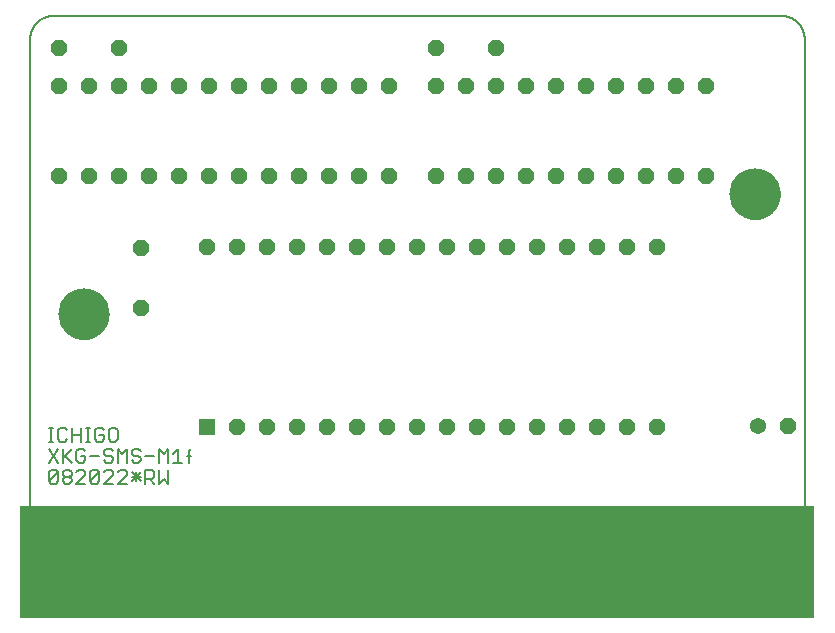
<source format=gts>
G75*
%MOIN*%
%OFA0B0*%
%FSLAX25Y25*%
%IPPOS*%
%LPD*%
%AMOC8*
5,1,8,0,0,1.08239X$1,22.5*
%
%ADD10C,0.00600*%
%ADD11C,0.00500*%
%ADD12R,0.05400X0.05400*%
%ADD13OC8,0.05400*%
%ADD14C,0.05400*%
%ADD15C,0.01650*%
%ADD16C,0.00000*%
%ADD17C,0.17135*%
%ADD18R,2.65000X0.37500*%
D10*
X0073680Y0007250D02*
X0076493Y0004438D01*
X0328993Y0004438D01*
X0331805Y0007250D01*
X0331805Y0194125D01*
X0331803Y0194306D01*
X0331796Y0194487D01*
X0331785Y0194668D01*
X0331770Y0194849D01*
X0331750Y0195029D01*
X0331726Y0195209D01*
X0331698Y0195388D01*
X0331665Y0195566D01*
X0331628Y0195743D01*
X0331587Y0195920D01*
X0331542Y0196095D01*
X0331492Y0196270D01*
X0331438Y0196443D01*
X0331380Y0196614D01*
X0331318Y0196785D01*
X0331251Y0196953D01*
X0331181Y0197120D01*
X0331107Y0197286D01*
X0331028Y0197449D01*
X0330946Y0197610D01*
X0330860Y0197770D01*
X0330770Y0197927D01*
X0330676Y0198082D01*
X0330579Y0198235D01*
X0330477Y0198385D01*
X0330373Y0198533D01*
X0330264Y0198679D01*
X0330153Y0198821D01*
X0330037Y0198961D01*
X0329919Y0199098D01*
X0329797Y0199233D01*
X0329672Y0199364D01*
X0329544Y0199492D01*
X0329413Y0199617D01*
X0329278Y0199739D01*
X0329141Y0199857D01*
X0329001Y0199973D01*
X0328859Y0200084D01*
X0328713Y0200193D01*
X0328565Y0200297D01*
X0328415Y0200399D01*
X0328262Y0200496D01*
X0328107Y0200590D01*
X0327950Y0200680D01*
X0327790Y0200766D01*
X0327629Y0200848D01*
X0327466Y0200927D01*
X0327300Y0201001D01*
X0327133Y0201071D01*
X0326965Y0201138D01*
X0326794Y0201200D01*
X0326623Y0201258D01*
X0326450Y0201312D01*
X0326275Y0201362D01*
X0326100Y0201407D01*
X0325923Y0201448D01*
X0325746Y0201485D01*
X0325568Y0201518D01*
X0325389Y0201546D01*
X0325209Y0201570D01*
X0325029Y0201590D01*
X0324848Y0201605D01*
X0324667Y0201616D01*
X0324486Y0201623D01*
X0324305Y0201625D01*
X0081180Y0201625D01*
X0080999Y0201623D01*
X0080818Y0201616D01*
X0080637Y0201605D01*
X0080456Y0201590D01*
X0080276Y0201570D01*
X0080096Y0201546D01*
X0079917Y0201518D01*
X0079739Y0201485D01*
X0079562Y0201448D01*
X0079385Y0201407D01*
X0079210Y0201362D01*
X0079035Y0201312D01*
X0078862Y0201258D01*
X0078691Y0201200D01*
X0078520Y0201138D01*
X0078352Y0201071D01*
X0078185Y0201001D01*
X0078019Y0200927D01*
X0077856Y0200848D01*
X0077695Y0200766D01*
X0077535Y0200680D01*
X0077378Y0200590D01*
X0077223Y0200496D01*
X0077070Y0200399D01*
X0076920Y0200297D01*
X0076772Y0200193D01*
X0076626Y0200084D01*
X0076484Y0199973D01*
X0076344Y0199857D01*
X0076207Y0199739D01*
X0076072Y0199617D01*
X0075941Y0199492D01*
X0075813Y0199364D01*
X0075688Y0199233D01*
X0075566Y0199098D01*
X0075448Y0198961D01*
X0075332Y0198821D01*
X0075221Y0198679D01*
X0075112Y0198533D01*
X0075008Y0198385D01*
X0074906Y0198235D01*
X0074809Y0198082D01*
X0074715Y0197927D01*
X0074625Y0197770D01*
X0074539Y0197610D01*
X0074457Y0197449D01*
X0074378Y0197286D01*
X0074304Y0197120D01*
X0074234Y0196953D01*
X0074167Y0196785D01*
X0074105Y0196614D01*
X0074047Y0196443D01*
X0073993Y0196270D01*
X0073943Y0196095D01*
X0073898Y0195920D01*
X0073857Y0195743D01*
X0073820Y0195566D01*
X0073787Y0195388D01*
X0073759Y0195209D01*
X0073735Y0195029D01*
X0073715Y0194849D01*
X0073700Y0194668D01*
X0073689Y0194487D01*
X0073682Y0194306D01*
X0073680Y0194125D01*
X0073680Y0007250D01*
D11*
X0080631Y0045750D02*
X0079880Y0046501D01*
X0082883Y0049504D01*
X0082883Y0046501D01*
X0082132Y0045750D01*
X0080631Y0045750D01*
X0079880Y0046501D02*
X0079880Y0049504D01*
X0080631Y0050254D01*
X0082132Y0050254D01*
X0082883Y0049504D01*
X0084484Y0049504D02*
X0084484Y0048753D01*
X0085235Y0048002D01*
X0086736Y0048002D01*
X0087487Y0047252D01*
X0087487Y0046501D01*
X0086736Y0045750D01*
X0085235Y0045750D01*
X0084484Y0046501D01*
X0084484Y0047252D01*
X0085235Y0048002D01*
X0086736Y0048002D02*
X0087487Y0048753D01*
X0087487Y0049504D01*
X0086736Y0050254D01*
X0085235Y0050254D01*
X0084484Y0049504D01*
X0089088Y0049504D02*
X0089839Y0050254D01*
X0091340Y0050254D01*
X0092090Y0049504D01*
X0092090Y0048753D01*
X0089088Y0045750D01*
X0092090Y0045750D01*
X0093692Y0046501D02*
X0093692Y0049504D01*
X0094442Y0050254D01*
X0095944Y0050254D01*
X0096694Y0049504D01*
X0093692Y0046501D01*
X0094442Y0045750D01*
X0095944Y0045750D01*
X0096694Y0046501D01*
X0096694Y0049504D01*
X0098296Y0049504D02*
X0099046Y0050254D01*
X0100548Y0050254D01*
X0101298Y0049504D01*
X0101298Y0048753D01*
X0098296Y0045750D01*
X0101298Y0045750D01*
X0102900Y0045750D02*
X0105902Y0048753D01*
X0105902Y0049504D01*
X0105152Y0050254D01*
X0103650Y0050254D01*
X0102900Y0049504D01*
X0102900Y0045750D02*
X0105902Y0045750D01*
X0107504Y0046501D02*
X0110506Y0049504D01*
X0109005Y0049504D02*
X0109005Y0046501D01*
X0110506Y0046501D02*
X0107504Y0049504D01*
X0107504Y0048002D02*
X0110506Y0048002D01*
X0112108Y0047252D02*
X0114359Y0047252D01*
X0115110Y0048002D01*
X0115110Y0049504D01*
X0114359Y0050254D01*
X0112108Y0050254D01*
X0112108Y0045750D01*
X0113609Y0047252D02*
X0115110Y0045750D01*
X0116711Y0045750D02*
X0118213Y0047252D01*
X0119714Y0045750D01*
X0119714Y0050254D01*
X0119714Y0052750D02*
X0119714Y0057254D01*
X0118213Y0055753D01*
X0116711Y0057254D01*
X0116711Y0052750D01*
X0116711Y0050254D02*
X0116711Y0045750D01*
X0121315Y0052750D02*
X0124318Y0052750D01*
X0122817Y0052750D02*
X0122817Y0057254D01*
X0121315Y0055753D01*
X0125919Y0055002D02*
X0127421Y0055002D01*
X0126670Y0056504D02*
X0127421Y0057254D01*
X0126670Y0056504D02*
X0126670Y0052750D01*
X0115110Y0055002D02*
X0112108Y0055002D01*
X0110506Y0054252D02*
X0110506Y0053501D01*
X0109756Y0052750D01*
X0108254Y0052750D01*
X0107504Y0053501D01*
X0108254Y0055002D02*
X0109756Y0055002D01*
X0110506Y0054252D01*
X0110506Y0056504D02*
X0109756Y0057254D01*
X0108254Y0057254D01*
X0107504Y0056504D01*
X0107504Y0055753D01*
X0108254Y0055002D01*
X0105902Y0057254D02*
X0105902Y0052750D01*
X0102900Y0052750D02*
X0102900Y0057254D01*
X0104401Y0055753D01*
X0105902Y0057254D01*
X0101298Y0056504D02*
X0100548Y0057254D01*
X0099046Y0057254D01*
X0098296Y0056504D01*
X0098296Y0055753D01*
X0099046Y0055002D01*
X0100548Y0055002D01*
X0101298Y0054252D01*
X0101298Y0053501D01*
X0100548Y0052750D01*
X0099046Y0052750D01*
X0098296Y0053501D01*
X0096694Y0055002D02*
X0093692Y0055002D01*
X0092090Y0055002D02*
X0092090Y0053501D01*
X0091340Y0052750D01*
X0089839Y0052750D01*
X0089088Y0053501D01*
X0089088Y0056504D01*
X0089839Y0057254D01*
X0091340Y0057254D01*
X0092090Y0056504D01*
X0092090Y0055002D02*
X0090589Y0055002D01*
X0087487Y0052750D02*
X0085235Y0055002D01*
X0084484Y0054252D02*
X0087487Y0057254D01*
X0084484Y0057254D02*
X0084484Y0052750D01*
X0082883Y0052750D02*
X0079880Y0057254D01*
X0082883Y0057254D02*
X0079880Y0052750D01*
X0079880Y0059750D02*
X0081381Y0059750D01*
X0080631Y0059750D02*
X0080631Y0064254D01*
X0081381Y0064254D02*
X0079880Y0064254D01*
X0082949Y0063504D02*
X0082949Y0060501D01*
X0083700Y0059750D01*
X0085201Y0059750D01*
X0085952Y0060501D01*
X0087553Y0059750D02*
X0087553Y0064254D01*
X0085952Y0063504D02*
X0085201Y0064254D01*
X0083700Y0064254D01*
X0082949Y0063504D01*
X0087553Y0062002D02*
X0090556Y0062002D01*
X0090556Y0064254D02*
X0090556Y0059750D01*
X0092157Y0059750D02*
X0093658Y0059750D01*
X0092908Y0059750D02*
X0092908Y0064254D01*
X0093658Y0064254D02*
X0092157Y0064254D01*
X0095226Y0063504D02*
X0095226Y0060501D01*
X0095977Y0059750D01*
X0097478Y0059750D01*
X0098229Y0060501D01*
X0098229Y0062002D01*
X0096728Y0062002D01*
X0098229Y0063504D02*
X0097478Y0064254D01*
X0095977Y0064254D01*
X0095226Y0063504D01*
X0099830Y0063504D02*
X0099830Y0060501D01*
X0100581Y0059750D01*
X0102082Y0059750D01*
X0102833Y0060501D01*
X0102833Y0063504D01*
X0102082Y0064254D01*
X0100581Y0064254D01*
X0099830Y0063504D01*
D12*
X0132743Y0064625D03*
D13*
X0142743Y0064625D03*
X0152743Y0064625D03*
X0162743Y0064625D03*
X0172743Y0064625D03*
X0182743Y0064625D03*
X0192743Y0064625D03*
X0202743Y0064625D03*
X0212743Y0064625D03*
X0222743Y0064625D03*
X0232743Y0064625D03*
X0242743Y0064625D03*
X0252743Y0064625D03*
X0262743Y0064625D03*
X0272743Y0064625D03*
X0282743Y0064625D03*
X0326180Y0064875D03*
X0282743Y0124625D03*
X0272743Y0124625D03*
X0262743Y0124625D03*
X0252743Y0124625D03*
X0242743Y0124625D03*
X0232743Y0124625D03*
X0222743Y0124625D03*
X0212743Y0124625D03*
X0202743Y0124625D03*
X0192743Y0124625D03*
X0182743Y0124625D03*
X0172743Y0124625D03*
X0162743Y0124625D03*
X0152743Y0124625D03*
X0142743Y0124625D03*
X0132743Y0124625D03*
X0110555Y0124437D03*
X0110555Y0104437D03*
X0113368Y0148375D03*
X0123368Y0148375D03*
X0133368Y0148375D03*
X0143368Y0148375D03*
X0153368Y0148375D03*
X0163368Y0148375D03*
X0173368Y0148375D03*
X0183368Y0148375D03*
X0193368Y0148375D03*
X0208993Y0148188D03*
X0218993Y0148188D03*
X0228993Y0148188D03*
X0238993Y0148188D03*
X0248993Y0148188D03*
X0258993Y0148188D03*
X0268993Y0148188D03*
X0278993Y0148188D03*
X0288993Y0148188D03*
X0298993Y0148188D03*
X0298993Y0178187D03*
X0288993Y0178187D03*
X0278993Y0178187D03*
X0268993Y0178187D03*
X0258993Y0178187D03*
X0248993Y0178187D03*
X0238993Y0178187D03*
X0228993Y0178187D03*
X0218993Y0178187D03*
X0208993Y0178187D03*
X0193368Y0178375D03*
X0183368Y0178375D03*
X0173368Y0178375D03*
X0163368Y0178375D03*
X0153368Y0178375D03*
X0143368Y0178375D03*
X0133368Y0178375D03*
X0123368Y0178375D03*
X0113368Y0178375D03*
X0103368Y0178375D03*
X0093368Y0178375D03*
X0083368Y0178375D03*
X0083181Y0191000D03*
X0103181Y0191000D03*
X0103368Y0148375D03*
X0093368Y0148375D03*
X0083368Y0148375D03*
X0209017Y0190838D03*
X0229017Y0190838D03*
D14*
X0316180Y0064875D03*
D15*
X0315218Y0035725D02*
X0310268Y0035725D01*
X0315218Y0035725D02*
X0315218Y0011275D01*
X0310268Y0011275D01*
X0310268Y0035725D01*
X0310268Y0012924D02*
X0315218Y0012924D01*
X0315218Y0014573D02*
X0310268Y0014573D01*
X0310268Y0016222D02*
X0315218Y0016222D01*
X0315218Y0017871D02*
X0310268Y0017871D01*
X0310268Y0019520D02*
X0315218Y0019520D01*
X0315218Y0021169D02*
X0310268Y0021169D01*
X0310268Y0022818D02*
X0315218Y0022818D01*
X0315218Y0024467D02*
X0310268Y0024467D01*
X0310268Y0026116D02*
X0315218Y0026116D01*
X0315218Y0027765D02*
X0310268Y0027765D01*
X0310268Y0029414D02*
X0315218Y0029414D01*
X0315218Y0031063D02*
X0310268Y0031063D01*
X0310268Y0032712D02*
X0315218Y0032712D01*
X0315218Y0034361D02*
X0310268Y0034361D01*
X0305218Y0035725D02*
X0300268Y0035725D01*
X0305218Y0035725D02*
X0305218Y0011275D01*
X0300268Y0011275D01*
X0300268Y0035725D01*
X0300268Y0012924D02*
X0305218Y0012924D01*
X0305218Y0014573D02*
X0300268Y0014573D01*
X0300268Y0016222D02*
X0305218Y0016222D01*
X0305218Y0017871D02*
X0300268Y0017871D01*
X0300268Y0019520D02*
X0305218Y0019520D01*
X0305218Y0021169D02*
X0300268Y0021169D01*
X0300268Y0022818D02*
X0305218Y0022818D01*
X0305218Y0024467D02*
X0300268Y0024467D01*
X0300268Y0026116D02*
X0305218Y0026116D01*
X0305218Y0027765D02*
X0300268Y0027765D01*
X0300268Y0029414D02*
X0305218Y0029414D01*
X0305218Y0031063D02*
X0300268Y0031063D01*
X0300268Y0032712D02*
X0305218Y0032712D01*
X0305218Y0034361D02*
X0300268Y0034361D01*
X0295218Y0035725D02*
X0290268Y0035725D01*
X0295218Y0035725D02*
X0295218Y0011275D01*
X0290268Y0011275D01*
X0290268Y0035725D01*
X0290268Y0012924D02*
X0295218Y0012924D01*
X0295218Y0014573D02*
X0290268Y0014573D01*
X0290268Y0016222D02*
X0295218Y0016222D01*
X0295218Y0017871D02*
X0290268Y0017871D01*
X0290268Y0019520D02*
X0295218Y0019520D01*
X0295218Y0021169D02*
X0290268Y0021169D01*
X0290268Y0022818D02*
X0295218Y0022818D01*
X0295218Y0024467D02*
X0290268Y0024467D01*
X0290268Y0026116D02*
X0295218Y0026116D01*
X0295218Y0027765D02*
X0290268Y0027765D01*
X0290268Y0029414D02*
X0295218Y0029414D01*
X0295218Y0031063D02*
X0290268Y0031063D01*
X0290268Y0032712D02*
X0295218Y0032712D01*
X0295218Y0034361D02*
X0290268Y0034361D01*
X0285218Y0035725D02*
X0280268Y0035725D01*
X0285218Y0035725D02*
X0285218Y0011275D01*
X0280268Y0011275D01*
X0280268Y0035725D01*
X0280268Y0012924D02*
X0285218Y0012924D01*
X0285218Y0014573D02*
X0280268Y0014573D01*
X0280268Y0016222D02*
X0285218Y0016222D01*
X0285218Y0017871D02*
X0280268Y0017871D01*
X0280268Y0019520D02*
X0285218Y0019520D01*
X0285218Y0021169D02*
X0280268Y0021169D01*
X0280268Y0022818D02*
X0285218Y0022818D01*
X0285218Y0024467D02*
X0280268Y0024467D01*
X0280268Y0026116D02*
X0285218Y0026116D01*
X0285218Y0027765D02*
X0280268Y0027765D01*
X0280268Y0029414D02*
X0285218Y0029414D01*
X0285218Y0031063D02*
X0280268Y0031063D01*
X0280268Y0032712D02*
X0285218Y0032712D01*
X0285218Y0034361D02*
X0280268Y0034361D01*
X0275218Y0035725D02*
X0270268Y0035725D01*
X0275218Y0035725D02*
X0275218Y0011275D01*
X0270268Y0011275D01*
X0270268Y0035725D01*
X0270268Y0012924D02*
X0275218Y0012924D01*
X0275218Y0014573D02*
X0270268Y0014573D01*
X0270268Y0016222D02*
X0275218Y0016222D01*
X0275218Y0017871D02*
X0270268Y0017871D01*
X0270268Y0019520D02*
X0275218Y0019520D01*
X0275218Y0021169D02*
X0270268Y0021169D01*
X0270268Y0022818D02*
X0275218Y0022818D01*
X0275218Y0024467D02*
X0270268Y0024467D01*
X0270268Y0026116D02*
X0275218Y0026116D01*
X0275218Y0027765D02*
X0270268Y0027765D01*
X0270268Y0029414D02*
X0275218Y0029414D01*
X0275218Y0031063D02*
X0270268Y0031063D01*
X0270268Y0032712D02*
X0275218Y0032712D01*
X0275218Y0034361D02*
X0270268Y0034361D01*
X0265218Y0035725D02*
X0260268Y0035725D01*
X0265218Y0035725D02*
X0265218Y0011275D01*
X0260268Y0011275D01*
X0260268Y0035725D01*
X0260268Y0012924D02*
X0265218Y0012924D01*
X0265218Y0014573D02*
X0260268Y0014573D01*
X0260268Y0016222D02*
X0265218Y0016222D01*
X0265218Y0017871D02*
X0260268Y0017871D01*
X0260268Y0019520D02*
X0265218Y0019520D01*
X0265218Y0021169D02*
X0260268Y0021169D01*
X0260268Y0022818D02*
X0265218Y0022818D01*
X0265218Y0024467D02*
X0260268Y0024467D01*
X0260268Y0026116D02*
X0265218Y0026116D01*
X0265218Y0027765D02*
X0260268Y0027765D01*
X0260268Y0029414D02*
X0265218Y0029414D01*
X0265218Y0031063D02*
X0260268Y0031063D01*
X0260268Y0032712D02*
X0265218Y0032712D01*
X0265218Y0034361D02*
X0260268Y0034361D01*
X0255218Y0035725D02*
X0250268Y0035725D01*
X0255218Y0035725D02*
X0255218Y0011275D01*
X0250268Y0011275D01*
X0250268Y0035725D01*
X0250268Y0012924D02*
X0255218Y0012924D01*
X0255218Y0014573D02*
X0250268Y0014573D01*
X0250268Y0016222D02*
X0255218Y0016222D01*
X0255218Y0017871D02*
X0250268Y0017871D01*
X0250268Y0019520D02*
X0255218Y0019520D01*
X0255218Y0021169D02*
X0250268Y0021169D01*
X0250268Y0022818D02*
X0255218Y0022818D01*
X0255218Y0024467D02*
X0250268Y0024467D01*
X0250268Y0026116D02*
X0255218Y0026116D01*
X0255218Y0027765D02*
X0250268Y0027765D01*
X0250268Y0029414D02*
X0255218Y0029414D01*
X0255218Y0031063D02*
X0250268Y0031063D01*
X0250268Y0032712D02*
X0255218Y0032712D01*
X0255218Y0034361D02*
X0250268Y0034361D01*
X0245218Y0035725D02*
X0240268Y0035725D01*
X0245218Y0035725D02*
X0245218Y0011275D01*
X0240268Y0011275D01*
X0240268Y0035725D01*
X0240268Y0012924D02*
X0245218Y0012924D01*
X0245218Y0014573D02*
X0240268Y0014573D01*
X0240268Y0016222D02*
X0245218Y0016222D01*
X0245218Y0017871D02*
X0240268Y0017871D01*
X0240268Y0019520D02*
X0245218Y0019520D01*
X0245218Y0021169D02*
X0240268Y0021169D01*
X0240268Y0022818D02*
X0245218Y0022818D01*
X0245218Y0024467D02*
X0240268Y0024467D01*
X0240268Y0026116D02*
X0245218Y0026116D01*
X0245218Y0027765D02*
X0240268Y0027765D01*
X0240268Y0029414D02*
X0245218Y0029414D01*
X0245218Y0031063D02*
X0240268Y0031063D01*
X0240268Y0032712D02*
X0245218Y0032712D01*
X0245218Y0034361D02*
X0240268Y0034361D01*
X0235218Y0035725D02*
X0230268Y0035725D01*
X0235218Y0035725D02*
X0235218Y0011275D01*
X0230268Y0011275D01*
X0230268Y0035725D01*
X0230268Y0012924D02*
X0235218Y0012924D01*
X0235218Y0014573D02*
X0230268Y0014573D01*
X0230268Y0016222D02*
X0235218Y0016222D01*
X0235218Y0017871D02*
X0230268Y0017871D01*
X0230268Y0019520D02*
X0235218Y0019520D01*
X0235218Y0021169D02*
X0230268Y0021169D01*
X0230268Y0022818D02*
X0235218Y0022818D01*
X0235218Y0024467D02*
X0230268Y0024467D01*
X0230268Y0026116D02*
X0235218Y0026116D01*
X0235218Y0027765D02*
X0230268Y0027765D01*
X0230268Y0029414D02*
X0235218Y0029414D01*
X0235218Y0031063D02*
X0230268Y0031063D01*
X0230268Y0032712D02*
X0235218Y0032712D01*
X0235218Y0034361D02*
X0230268Y0034361D01*
X0225218Y0035725D02*
X0220268Y0035725D01*
X0225218Y0035725D02*
X0225218Y0011275D01*
X0220268Y0011275D01*
X0220268Y0035725D01*
X0220268Y0012924D02*
X0225218Y0012924D01*
X0225218Y0014573D02*
X0220268Y0014573D01*
X0220268Y0016222D02*
X0225218Y0016222D01*
X0225218Y0017871D02*
X0220268Y0017871D01*
X0220268Y0019520D02*
X0225218Y0019520D01*
X0225218Y0021169D02*
X0220268Y0021169D01*
X0220268Y0022818D02*
X0225218Y0022818D01*
X0225218Y0024467D02*
X0220268Y0024467D01*
X0220268Y0026116D02*
X0225218Y0026116D01*
X0225218Y0027765D02*
X0220268Y0027765D01*
X0220268Y0029414D02*
X0225218Y0029414D01*
X0225218Y0031063D02*
X0220268Y0031063D01*
X0220268Y0032712D02*
X0225218Y0032712D01*
X0225218Y0034361D02*
X0220268Y0034361D01*
X0215218Y0035725D02*
X0210268Y0035725D01*
X0215218Y0035725D02*
X0215218Y0011275D01*
X0210268Y0011275D01*
X0210268Y0035725D01*
X0210268Y0012924D02*
X0215218Y0012924D01*
X0215218Y0014573D02*
X0210268Y0014573D01*
X0210268Y0016222D02*
X0215218Y0016222D01*
X0215218Y0017871D02*
X0210268Y0017871D01*
X0210268Y0019520D02*
X0215218Y0019520D01*
X0215218Y0021169D02*
X0210268Y0021169D01*
X0210268Y0022818D02*
X0215218Y0022818D01*
X0215218Y0024467D02*
X0210268Y0024467D01*
X0210268Y0026116D02*
X0215218Y0026116D01*
X0215218Y0027765D02*
X0210268Y0027765D01*
X0210268Y0029414D02*
X0215218Y0029414D01*
X0215218Y0031063D02*
X0210268Y0031063D01*
X0210268Y0032712D02*
X0215218Y0032712D01*
X0215218Y0034361D02*
X0210268Y0034361D01*
X0205218Y0035725D02*
X0200268Y0035725D01*
X0205218Y0035725D02*
X0205218Y0011275D01*
X0200268Y0011275D01*
X0200268Y0035725D01*
X0200268Y0012924D02*
X0205218Y0012924D01*
X0205218Y0014573D02*
X0200268Y0014573D01*
X0200268Y0016222D02*
X0205218Y0016222D01*
X0205218Y0017871D02*
X0200268Y0017871D01*
X0200268Y0019520D02*
X0205218Y0019520D01*
X0205218Y0021169D02*
X0200268Y0021169D01*
X0200268Y0022818D02*
X0205218Y0022818D01*
X0205218Y0024467D02*
X0200268Y0024467D01*
X0200268Y0026116D02*
X0205218Y0026116D01*
X0205218Y0027765D02*
X0200268Y0027765D01*
X0200268Y0029414D02*
X0205218Y0029414D01*
X0205218Y0031063D02*
X0200268Y0031063D01*
X0200268Y0032712D02*
X0205218Y0032712D01*
X0205218Y0034361D02*
X0200268Y0034361D01*
X0195218Y0035725D02*
X0190268Y0035725D01*
X0195218Y0035725D02*
X0195218Y0011275D01*
X0190268Y0011275D01*
X0190268Y0035725D01*
X0190268Y0012924D02*
X0195218Y0012924D01*
X0195218Y0014573D02*
X0190268Y0014573D01*
X0190268Y0016222D02*
X0195218Y0016222D01*
X0195218Y0017871D02*
X0190268Y0017871D01*
X0190268Y0019520D02*
X0195218Y0019520D01*
X0195218Y0021169D02*
X0190268Y0021169D01*
X0190268Y0022818D02*
X0195218Y0022818D01*
X0195218Y0024467D02*
X0190268Y0024467D01*
X0190268Y0026116D02*
X0195218Y0026116D01*
X0195218Y0027765D02*
X0190268Y0027765D01*
X0190268Y0029414D02*
X0195218Y0029414D01*
X0195218Y0031063D02*
X0190268Y0031063D01*
X0190268Y0032712D02*
X0195218Y0032712D01*
X0195218Y0034361D02*
X0190268Y0034361D01*
X0185218Y0035725D02*
X0180268Y0035725D01*
X0185218Y0035725D02*
X0185218Y0011275D01*
X0180268Y0011275D01*
X0180268Y0035725D01*
X0180268Y0012924D02*
X0185218Y0012924D01*
X0185218Y0014573D02*
X0180268Y0014573D01*
X0180268Y0016222D02*
X0185218Y0016222D01*
X0185218Y0017871D02*
X0180268Y0017871D01*
X0180268Y0019520D02*
X0185218Y0019520D01*
X0185218Y0021169D02*
X0180268Y0021169D01*
X0180268Y0022818D02*
X0185218Y0022818D01*
X0185218Y0024467D02*
X0180268Y0024467D01*
X0180268Y0026116D02*
X0185218Y0026116D01*
X0185218Y0027765D02*
X0180268Y0027765D01*
X0180268Y0029414D02*
X0185218Y0029414D01*
X0185218Y0031063D02*
X0180268Y0031063D01*
X0180268Y0032712D02*
X0185218Y0032712D01*
X0185218Y0034361D02*
X0180268Y0034361D01*
X0175218Y0035725D02*
X0170268Y0035725D01*
X0175218Y0035725D02*
X0175218Y0011275D01*
X0170268Y0011275D01*
X0170268Y0035725D01*
X0170268Y0012924D02*
X0175218Y0012924D01*
X0175218Y0014573D02*
X0170268Y0014573D01*
X0170268Y0016222D02*
X0175218Y0016222D01*
X0175218Y0017871D02*
X0170268Y0017871D01*
X0170268Y0019520D02*
X0175218Y0019520D01*
X0175218Y0021169D02*
X0170268Y0021169D01*
X0170268Y0022818D02*
X0175218Y0022818D01*
X0175218Y0024467D02*
X0170268Y0024467D01*
X0170268Y0026116D02*
X0175218Y0026116D01*
X0175218Y0027765D02*
X0170268Y0027765D01*
X0170268Y0029414D02*
X0175218Y0029414D01*
X0175218Y0031063D02*
X0170268Y0031063D01*
X0170268Y0032712D02*
X0175218Y0032712D01*
X0175218Y0034361D02*
X0170268Y0034361D01*
X0165218Y0035725D02*
X0160268Y0035725D01*
X0165218Y0035725D02*
X0165218Y0011275D01*
X0160268Y0011275D01*
X0160268Y0035725D01*
X0160268Y0012924D02*
X0165218Y0012924D01*
X0165218Y0014573D02*
X0160268Y0014573D01*
X0160268Y0016222D02*
X0165218Y0016222D01*
X0165218Y0017871D02*
X0160268Y0017871D01*
X0160268Y0019520D02*
X0165218Y0019520D01*
X0165218Y0021169D02*
X0160268Y0021169D01*
X0160268Y0022818D02*
X0165218Y0022818D01*
X0165218Y0024467D02*
X0160268Y0024467D01*
X0160268Y0026116D02*
X0165218Y0026116D01*
X0165218Y0027765D02*
X0160268Y0027765D01*
X0160268Y0029414D02*
X0165218Y0029414D01*
X0165218Y0031063D02*
X0160268Y0031063D01*
X0160268Y0032712D02*
X0165218Y0032712D01*
X0165218Y0034361D02*
X0160268Y0034361D01*
X0155218Y0035725D02*
X0150268Y0035725D01*
X0155218Y0035725D02*
X0155218Y0011275D01*
X0150268Y0011275D01*
X0150268Y0035725D01*
X0150268Y0012924D02*
X0155218Y0012924D01*
X0155218Y0014573D02*
X0150268Y0014573D01*
X0150268Y0016222D02*
X0155218Y0016222D01*
X0155218Y0017871D02*
X0150268Y0017871D01*
X0150268Y0019520D02*
X0155218Y0019520D01*
X0155218Y0021169D02*
X0150268Y0021169D01*
X0150268Y0022818D02*
X0155218Y0022818D01*
X0155218Y0024467D02*
X0150268Y0024467D01*
X0150268Y0026116D02*
X0155218Y0026116D01*
X0155218Y0027765D02*
X0150268Y0027765D01*
X0150268Y0029414D02*
X0155218Y0029414D01*
X0155218Y0031063D02*
X0150268Y0031063D01*
X0150268Y0032712D02*
X0155218Y0032712D01*
X0155218Y0034361D02*
X0150268Y0034361D01*
X0145218Y0035725D02*
X0140268Y0035725D01*
X0145218Y0035725D02*
X0145218Y0011275D01*
X0140268Y0011275D01*
X0140268Y0035725D01*
X0140268Y0012924D02*
X0145218Y0012924D01*
X0145218Y0014573D02*
X0140268Y0014573D01*
X0140268Y0016222D02*
X0145218Y0016222D01*
X0145218Y0017871D02*
X0140268Y0017871D01*
X0140268Y0019520D02*
X0145218Y0019520D01*
X0145218Y0021169D02*
X0140268Y0021169D01*
X0140268Y0022818D02*
X0145218Y0022818D01*
X0145218Y0024467D02*
X0140268Y0024467D01*
X0140268Y0026116D02*
X0145218Y0026116D01*
X0145218Y0027765D02*
X0140268Y0027765D01*
X0140268Y0029414D02*
X0145218Y0029414D01*
X0145218Y0031063D02*
X0140268Y0031063D01*
X0140268Y0032712D02*
X0145218Y0032712D01*
X0145218Y0034361D02*
X0140268Y0034361D01*
X0135218Y0035725D02*
X0130268Y0035725D01*
X0135218Y0035725D02*
X0135218Y0011275D01*
X0130268Y0011275D01*
X0130268Y0035725D01*
X0130268Y0012924D02*
X0135218Y0012924D01*
X0135218Y0014573D02*
X0130268Y0014573D01*
X0130268Y0016222D02*
X0135218Y0016222D01*
X0135218Y0017871D02*
X0130268Y0017871D01*
X0130268Y0019520D02*
X0135218Y0019520D01*
X0135218Y0021169D02*
X0130268Y0021169D01*
X0130268Y0022818D02*
X0135218Y0022818D01*
X0135218Y0024467D02*
X0130268Y0024467D01*
X0130268Y0026116D02*
X0135218Y0026116D01*
X0135218Y0027765D02*
X0130268Y0027765D01*
X0130268Y0029414D02*
X0135218Y0029414D01*
X0135218Y0031063D02*
X0130268Y0031063D01*
X0130268Y0032712D02*
X0135218Y0032712D01*
X0135218Y0034361D02*
X0130268Y0034361D01*
X0125218Y0035725D02*
X0120268Y0035725D01*
X0125218Y0035725D02*
X0125218Y0011275D01*
X0120268Y0011275D01*
X0120268Y0035725D01*
X0120268Y0012924D02*
X0125218Y0012924D01*
X0125218Y0014573D02*
X0120268Y0014573D01*
X0120268Y0016222D02*
X0125218Y0016222D01*
X0125218Y0017871D02*
X0120268Y0017871D01*
X0120268Y0019520D02*
X0125218Y0019520D01*
X0125218Y0021169D02*
X0120268Y0021169D01*
X0120268Y0022818D02*
X0125218Y0022818D01*
X0125218Y0024467D02*
X0120268Y0024467D01*
X0120268Y0026116D02*
X0125218Y0026116D01*
X0125218Y0027765D02*
X0120268Y0027765D01*
X0120268Y0029414D02*
X0125218Y0029414D01*
X0125218Y0031063D02*
X0120268Y0031063D01*
X0120268Y0032712D02*
X0125218Y0032712D01*
X0125218Y0034361D02*
X0120268Y0034361D01*
X0115218Y0035725D02*
X0110268Y0035725D01*
X0115218Y0035725D02*
X0115218Y0011275D01*
X0110268Y0011275D01*
X0110268Y0035725D01*
X0110268Y0012924D02*
X0115218Y0012924D01*
X0115218Y0014573D02*
X0110268Y0014573D01*
X0110268Y0016222D02*
X0115218Y0016222D01*
X0115218Y0017871D02*
X0110268Y0017871D01*
X0110268Y0019520D02*
X0115218Y0019520D01*
X0115218Y0021169D02*
X0110268Y0021169D01*
X0110268Y0022818D02*
X0115218Y0022818D01*
X0115218Y0024467D02*
X0110268Y0024467D01*
X0110268Y0026116D02*
X0115218Y0026116D01*
X0115218Y0027765D02*
X0110268Y0027765D01*
X0110268Y0029414D02*
X0115218Y0029414D01*
X0115218Y0031063D02*
X0110268Y0031063D01*
X0110268Y0032712D02*
X0115218Y0032712D01*
X0115218Y0034361D02*
X0110268Y0034361D01*
X0105218Y0035725D02*
X0100268Y0035725D01*
X0105218Y0035725D02*
X0105218Y0011275D01*
X0100268Y0011275D01*
X0100268Y0035725D01*
X0100268Y0012924D02*
X0105218Y0012924D01*
X0105218Y0014573D02*
X0100268Y0014573D01*
X0100268Y0016222D02*
X0105218Y0016222D01*
X0105218Y0017871D02*
X0100268Y0017871D01*
X0100268Y0019520D02*
X0105218Y0019520D01*
X0105218Y0021169D02*
X0100268Y0021169D01*
X0100268Y0022818D02*
X0105218Y0022818D01*
X0105218Y0024467D02*
X0100268Y0024467D01*
X0100268Y0026116D02*
X0105218Y0026116D01*
X0105218Y0027765D02*
X0100268Y0027765D01*
X0100268Y0029414D02*
X0105218Y0029414D01*
X0105218Y0031063D02*
X0100268Y0031063D01*
X0100268Y0032712D02*
X0105218Y0032712D01*
X0105218Y0034361D02*
X0100268Y0034361D01*
X0095218Y0035725D02*
X0090268Y0035725D01*
X0095218Y0035725D02*
X0095218Y0011275D01*
X0090268Y0011275D01*
X0090268Y0035725D01*
X0090268Y0012924D02*
X0095218Y0012924D01*
X0095218Y0014573D02*
X0090268Y0014573D01*
X0090268Y0016222D02*
X0095218Y0016222D01*
X0095218Y0017871D02*
X0090268Y0017871D01*
X0090268Y0019520D02*
X0095218Y0019520D01*
X0095218Y0021169D02*
X0090268Y0021169D01*
X0090268Y0022818D02*
X0095218Y0022818D01*
X0095218Y0024467D02*
X0090268Y0024467D01*
X0090268Y0026116D02*
X0095218Y0026116D01*
X0095218Y0027765D02*
X0090268Y0027765D01*
X0090268Y0029414D02*
X0095218Y0029414D01*
X0095218Y0031063D02*
X0090268Y0031063D01*
X0090268Y0032712D02*
X0095218Y0032712D01*
X0095218Y0034361D02*
X0090268Y0034361D01*
X0085218Y0035725D02*
X0080268Y0035725D01*
X0085218Y0035725D02*
X0085218Y0011275D01*
X0080268Y0011275D01*
X0080268Y0035725D01*
X0080268Y0012924D02*
X0085218Y0012924D01*
X0085218Y0014573D02*
X0080268Y0014573D01*
X0080268Y0016222D02*
X0085218Y0016222D01*
X0085218Y0017871D02*
X0080268Y0017871D01*
X0080268Y0019520D02*
X0085218Y0019520D01*
X0085218Y0021169D02*
X0080268Y0021169D01*
X0080268Y0022818D02*
X0085218Y0022818D01*
X0085218Y0024467D02*
X0080268Y0024467D01*
X0080268Y0026116D02*
X0085218Y0026116D01*
X0085218Y0027765D02*
X0080268Y0027765D01*
X0080268Y0029414D02*
X0085218Y0029414D01*
X0085218Y0031063D02*
X0080268Y0031063D01*
X0080268Y0032712D02*
X0085218Y0032712D01*
X0085218Y0034361D02*
X0080268Y0034361D01*
X0320268Y0035725D02*
X0325218Y0035725D01*
X0325218Y0011275D01*
X0320268Y0011275D01*
X0320268Y0035725D01*
X0320268Y0012924D02*
X0325218Y0012924D01*
X0325218Y0014573D02*
X0320268Y0014573D01*
X0320268Y0016222D02*
X0325218Y0016222D01*
X0325218Y0017871D02*
X0320268Y0017871D01*
X0320268Y0019520D02*
X0325218Y0019520D01*
X0325218Y0021169D02*
X0320268Y0021169D01*
X0320268Y0022818D02*
X0325218Y0022818D01*
X0325218Y0024467D02*
X0320268Y0024467D01*
X0320268Y0026116D02*
X0325218Y0026116D01*
X0325218Y0027765D02*
X0320268Y0027765D01*
X0320268Y0029414D02*
X0325218Y0029414D01*
X0325218Y0031063D02*
X0320268Y0031063D01*
X0320268Y0032712D02*
X0325218Y0032712D01*
X0325218Y0034361D02*
X0320268Y0034361D01*
D16*
X0306975Y0142250D02*
X0306977Y0142453D01*
X0306985Y0142656D01*
X0306997Y0142858D01*
X0307015Y0143060D01*
X0307037Y0143262D01*
X0307064Y0143463D01*
X0307097Y0143664D01*
X0307134Y0143863D01*
X0307176Y0144062D01*
X0307223Y0144259D01*
X0307274Y0144455D01*
X0307331Y0144650D01*
X0307392Y0144844D01*
X0307458Y0145035D01*
X0307529Y0145226D01*
X0307604Y0145414D01*
X0307684Y0145601D01*
X0307769Y0145785D01*
X0307858Y0145967D01*
X0307951Y0146148D01*
X0308049Y0146325D01*
X0308151Y0146501D01*
X0308258Y0146673D01*
X0308368Y0146843D01*
X0308483Y0147011D01*
X0308602Y0147175D01*
X0308725Y0147337D01*
X0308852Y0147495D01*
X0308982Y0147650D01*
X0309117Y0147802D01*
X0309255Y0147951D01*
X0309397Y0148096D01*
X0309542Y0148238D01*
X0309691Y0148376D01*
X0309843Y0148511D01*
X0309998Y0148641D01*
X0310156Y0148768D01*
X0310318Y0148891D01*
X0310482Y0149010D01*
X0310650Y0149125D01*
X0310820Y0149235D01*
X0310992Y0149342D01*
X0311168Y0149444D01*
X0311345Y0149542D01*
X0311526Y0149635D01*
X0311708Y0149724D01*
X0311892Y0149809D01*
X0312079Y0149889D01*
X0312267Y0149964D01*
X0312458Y0150035D01*
X0312649Y0150101D01*
X0312843Y0150162D01*
X0313038Y0150219D01*
X0313234Y0150270D01*
X0313431Y0150317D01*
X0313630Y0150359D01*
X0313829Y0150396D01*
X0314030Y0150429D01*
X0314231Y0150456D01*
X0314433Y0150478D01*
X0314635Y0150496D01*
X0314837Y0150508D01*
X0315040Y0150516D01*
X0315243Y0150518D01*
X0315446Y0150516D01*
X0315649Y0150508D01*
X0315851Y0150496D01*
X0316053Y0150478D01*
X0316255Y0150456D01*
X0316456Y0150429D01*
X0316657Y0150396D01*
X0316856Y0150359D01*
X0317055Y0150317D01*
X0317252Y0150270D01*
X0317448Y0150219D01*
X0317643Y0150162D01*
X0317837Y0150101D01*
X0318028Y0150035D01*
X0318219Y0149964D01*
X0318407Y0149889D01*
X0318594Y0149809D01*
X0318778Y0149724D01*
X0318960Y0149635D01*
X0319141Y0149542D01*
X0319318Y0149444D01*
X0319494Y0149342D01*
X0319666Y0149235D01*
X0319836Y0149125D01*
X0320004Y0149010D01*
X0320168Y0148891D01*
X0320330Y0148768D01*
X0320488Y0148641D01*
X0320643Y0148511D01*
X0320795Y0148376D01*
X0320944Y0148238D01*
X0321089Y0148096D01*
X0321231Y0147951D01*
X0321369Y0147802D01*
X0321504Y0147650D01*
X0321634Y0147495D01*
X0321761Y0147337D01*
X0321884Y0147175D01*
X0322003Y0147011D01*
X0322118Y0146843D01*
X0322228Y0146673D01*
X0322335Y0146501D01*
X0322437Y0146325D01*
X0322535Y0146148D01*
X0322628Y0145967D01*
X0322717Y0145785D01*
X0322802Y0145601D01*
X0322882Y0145414D01*
X0322957Y0145226D01*
X0323028Y0145035D01*
X0323094Y0144844D01*
X0323155Y0144650D01*
X0323212Y0144455D01*
X0323263Y0144259D01*
X0323310Y0144062D01*
X0323352Y0143863D01*
X0323389Y0143664D01*
X0323422Y0143463D01*
X0323449Y0143262D01*
X0323471Y0143060D01*
X0323489Y0142858D01*
X0323501Y0142656D01*
X0323509Y0142453D01*
X0323511Y0142250D01*
X0323509Y0142047D01*
X0323501Y0141844D01*
X0323489Y0141642D01*
X0323471Y0141440D01*
X0323449Y0141238D01*
X0323422Y0141037D01*
X0323389Y0140836D01*
X0323352Y0140637D01*
X0323310Y0140438D01*
X0323263Y0140241D01*
X0323212Y0140045D01*
X0323155Y0139850D01*
X0323094Y0139656D01*
X0323028Y0139465D01*
X0322957Y0139274D01*
X0322882Y0139086D01*
X0322802Y0138899D01*
X0322717Y0138715D01*
X0322628Y0138533D01*
X0322535Y0138352D01*
X0322437Y0138175D01*
X0322335Y0137999D01*
X0322228Y0137827D01*
X0322118Y0137657D01*
X0322003Y0137489D01*
X0321884Y0137325D01*
X0321761Y0137163D01*
X0321634Y0137005D01*
X0321504Y0136850D01*
X0321369Y0136698D01*
X0321231Y0136549D01*
X0321089Y0136404D01*
X0320944Y0136262D01*
X0320795Y0136124D01*
X0320643Y0135989D01*
X0320488Y0135859D01*
X0320330Y0135732D01*
X0320168Y0135609D01*
X0320004Y0135490D01*
X0319836Y0135375D01*
X0319666Y0135265D01*
X0319494Y0135158D01*
X0319318Y0135056D01*
X0319141Y0134958D01*
X0318960Y0134865D01*
X0318778Y0134776D01*
X0318594Y0134691D01*
X0318407Y0134611D01*
X0318219Y0134536D01*
X0318028Y0134465D01*
X0317837Y0134399D01*
X0317643Y0134338D01*
X0317448Y0134281D01*
X0317252Y0134230D01*
X0317055Y0134183D01*
X0316856Y0134141D01*
X0316657Y0134104D01*
X0316456Y0134071D01*
X0316255Y0134044D01*
X0316053Y0134022D01*
X0315851Y0134004D01*
X0315649Y0133992D01*
X0315446Y0133984D01*
X0315243Y0133982D01*
X0315040Y0133984D01*
X0314837Y0133992D01*
X0314635Y0134004D01*
X0314433Y0134022D01*
X0314231Y0134044D01*
X0314030Y0134071D01*
X0313829Y0134104D01*
X0313630Y0134141D01*
X0313431Y0134183D01*
X0313234Y0134230D01*
X0313038Y0134281D01*
X0312843Y0134338D01*
X0312649Y0134399D01*
X0312458Y0134465D01*
X0312267Y0134536D01*
X0312079Y0134611D01*
X0311892Y0134691D01*
X0311708Y0134776D01*
X0311526Y0134865D01*
X0311345Y0134958D01*
X0311168Y0135056D01*
X0310992Y0135158D01*
X0310820Y0135265D01*
X0310650Y0135375D01*
X0310482Y0135490D01*
X0310318Y0135609D01*
X0310156Y0135732D01*
X0309998Y0135859D01*
X0309843Y0135989D01*
X0309691Y0136124D01*
X0309542Y0136262D01*
X0309397Y0136404D01*
X0309255Y0136549D01*
X0309117Y0136698D01*
X0308982Y0136850D01*
X0308852Y0137005D01*
X0308725Y0137163D01*
X0308602Y0137325D01*
X0308483Y0137489D01*
X0308368Y0137657D01*
X0308258Y0137827D01*
X0308151Y0137999D01*
X0308049Y0138175D01*
X0307951Y0138352D01*
X0307858Y0138533D01*
X0307769Y0138715D01*
X0307684Y0138899D01*
X0307604Y0139086D01*
X0307529Y0139274D01*
X0307458Y0139465D01*
X0307392Y0139656D01*
X0307331Y0139850D01*
X0307274Y0140045D01*
X0307223Y0140241D01*
X0307176Y0140438D01*
X0307134Y0140637D01*
X0307097Y0140836D01*
X0307064Y0141037D01*
X0307037Y0141238D01*
X0307015Y0141440D01*
X0306997Y0141642D01*
X0306985Y0141844D01*
X0306977Y0142047D01*
X0306975Y0142250D01*
X0083254Y0102250D02*
X0083256Y0102453D01*
X0083264Y0102656D01*
X0083276Y0102858D01*
X0083294Y0103060D01*
X0083316Y0103262D01*
X0083343Y0103463D01*
X0083376Y0103664D01*
X0083413Y0103863D01*
X0083455Y0104062D01*
X0083502Y0104259D01*
X0083553Y0104455D01*
X0083610Y0104650D01*
X0083671Y0104844D01*
X0083737Y0105035D01*
X0083808Y0105226D01*
X0083883Y0105414D01*
X0083963Y0105601D01*
X0084048Y0105785D01*
X0084137Y0105967D01*
X0084230Y0106148D01*
X0084328Y0106325D01*
X0084430Y0106501D01*
X0084537Y0106673D01*
X0084647Y0106843D01*
X0084762Y0107011D01*
X0084881Y0107175D01*
X0085004Y0107337D01*
X0085131Y0107495D01*
X0085261Y0107650D01*
X0085396Y0107802D01*
X0085534Y0107951D01*
X0085676Y0108096D01*
X0085821Y0108238D01*
X0085970Y0108376D01*
X0086122Y0108511D01*
X0086277Y0108641D01*
X0086435Y0108768D01*
X0086597Y0108891D01*
X0086761Y0109010D01*
X0086929Y0109125D01*
X0087099Y0109235D01*
X0087271Y0109342D01*
X0087447Y0109444D01*
X0087624Y0109542D01*
X0087805Y0109635D01*
X0087987Y0109724D01*
X0088171Y0109809D01*
X0088358Y0109889D01*
X0088546Y0109964D01*
X0088737Y0110035D01*
X0088928Y0110101D01*
X0089122Y0110162D01*
X0089317Y0110219D01*
X0089513Y0110270D01*
X0089710Y0110317D01*
X0089909Y0110359D01*
X0090108Y0110396D01*
X0090309Y0110429D01*
X0090510Y0110456D01*
X0090712Y0110478D01*
X0090914Y0110496D01*
X0091116Y0110508D01*
X0091319Y0110516D01*
X0091522Y0110518D01*
X0091725Y0110516D01*
X0091928Y0110508D01*
X0092130Y0110496D01*
X0092332Y0110478D01*
X0092534Y0110456D01*
X0092735Y0110429D01*
X0092936Y0110396D01*
X0093135Y0110359D01*
X0093334Y0110317D01*
X0093531Y0110270D01*
X0093727Y0110219D01*
X0093922Y0110162D01*
X0094116Y0110101D01*
X0094307Y0110035D01*
X0094498Y0109964D01*
X0094686Y0109889D01*
X0094873Y0109809D01*
X0095057Y0109724D01*
X0095239Y0109635D01*
X0095420Y0109542D01*
X0095597Y0109444D01*
X0095773Y0109342D01*
X0095945Y0109235D01*
X0096115Y0109125D01*
X0096283Y0109010D01*
X0096447Y0108891D01*
X0096609Y0108768D01*
X0096767Y0108641D01*
X0096922Y0108511D01*
X0097074Y0108376D01*
X0097223Y0108238D01*
X0097368Y0108096D01*
X0097510Y0107951D01*
X0097648Y0107802D01*
X0097783Y0107650D01*
X0097913Y0107495D01*
X0098040Y0107337D01*
X0098163Y0107175D01*
X0098282Y0107011D01*
X0098397Y0106843D01*
X0098507Y0106673D01*
X0098614Y0106501D01*
X0098716Y0106325D01*
X0098814Y0106148D01*
X0098907Y0105967D01*
X0098996Y0105785D01*
X0099081Y0105601D01*
X0099161Y0105414D01*
X0099236Y0105226D01*
X0099307Y0105035D01*
X0099373Y0104844D01*
X0099434Y0104650D01*
X0099491Y0104455D01*
X0099542Y0104259D01*
X0099589Y0104062D01*
X0099631Y0103863D01*
X0099668Y0103664D01*
X0099701Y0103463D01*
X0099728Y0103262D01*
X0099750Y0103060D01*
X0099768Y0102858D01*
X0099780Y0102656D01*
X0099788Y0102453D01*
X0099790Y0102250D01*
X0099788Y0102047D01*
X0099780Y0101844D01*
X0099768Y0101642D01*
X0099750Y0101440D01*
X0099728Y0101238D01*
X0099701Y0101037D01*
X0099668Y0100836D01*
X0099631Y0100637D01*
X0099589Y0100438D01*
X0099542Y0100241D01*
X0099491Y0100045D01*
X0099434Y0099850D01*
X0099373Y0099656D01*
X0099307Y0099465D01*
X0099236Y0099274D01*
X0099161Y0099086D01*
X0099081Y0098899D01*
X0098996Y0098715D01*
X0098907Y0098533D01*
X0098814Y0098352D01*
X0098716Y0098175D01*
X0098614Y0097999D01*
X0098507Y0097827D01*
X0098397Y0097657D01*
X0098282Y0097489D01*
X0098163Y0097325D01*
X0098040Y0097163D01*
X0097913Y0097005D01*
X0097783Y0096850D01*
X0097648Y0096698D01*
X0097510Y0096549D01*
X0097368Y0096404D01*
X0097223Y0096262D01*
X0097074Y0096124D01*
X0096922Y0095989D01*
X0096767Y0095859D01*
X0096609Y0095732D01*
X0096447Y0095609D01*
X0096283Y0095490D01*
X0096115Y0095375D01*
X0095945Y0095265D01*
X0095773Y0095158D01*
X0095597Y0095056D01*
X0095420Y0094958D01*
X0095239Y0094865D01*
X0095057Y0094776D01*
X0094873Y0094691D01*
X0094686Y0094611D01*
X0094498Y0094536D01*
X0094307Y0094465D01*
X0094116Y0094399D01*
X0093922Y0094338D01*
X0093727Y0094281D01*
X0093531Y0094230D01*
X0093334Y0094183D01*
X0093135Y0094141D01*
X0092936Y0094104D01*
X0092735Y0094071D01*
X0092534Y0094044D01*
X0092332Y0094022D01*
X0092130Y0094004D01*
X0091928Y0093992D01*
X0091725Y0093984D01*
X0091522Y0093982D01*
X0091319Y0093984D01*
X0091116Y0093992D01*
X0090914Y0094004D01*
X0090712Y0094022D01*
X0090510Y0094044D01*
X0090309Y0094071D01*
X0090108Y0094104D01*
X0089909Y0094141D01*
X0089710Y0094183D01*
X0089513Y0094230D01*
X0089317Y0094281D01*
X0089122Y0094338D01*
X0088928Y0094399D01*
X0088737Y0094465D01*
X0088546Y0094536D01*
X0088358Y0094611D01*
X0088171Y0094691D01*
X0087987Y0094776D01*
X0087805Y0094865D01*
X0087624Y0094958D01*
X0087447Y0095056D01*
X0087271Y0095158D01*
X0087099Y0095265D01*
X0086929Y0095375D01*
X0086761Y0095490D01*
X0086597Y0095609D01*
X0086435Y0095732D01*
X0086277Y0095859D01*
X0086122Y0095989D01*
X0085970Y0096124D01*
X0085821Y0096262D01*
X0085676Y0096404D01*
X0085534Y0096549D01*
X0085396Y0096698D01*
X0085261Y0096850D01*
X0085131Y0097005D01*
X0085004Y0097163D01*
X0084881Y0097325D01*
X0084762Y0097489D01*
X0084647Y0097657D01*
X0084537Y0097827D01*
X0084430Y0097999D01*
X0084328Y0098175D01*
X0084230Y0098352D01*
X0084137Y0098533D01*
X0084048Y0098715D01*
X0083963Y0098899D01*
X0083883Y0099086D01*
X0083808Y0099274D01*
X0083737Y0099465D01*
X0083671Y0099656D01*
X0083610Y0099850D01*
X0083553Y0100045D01*
X0083502Y0100241D01*
X0083455Y0100438D01*
X0083413Y0100637D01*
X0083376Y0100836D01*
X0083343Y0101037D01*
X0083316Y0101238D01*
X0083294Y0101440D01*
X0083276Y0101642D01*
X0083264Y0101844D01*
X0083256Y0102047D01*
X0083254Y0102250D01*
D17*
X0091522Y0102250D03*
X0315243Y0142250D03*
D18*
X0202743Y0019750D03*
M02*

</source>
